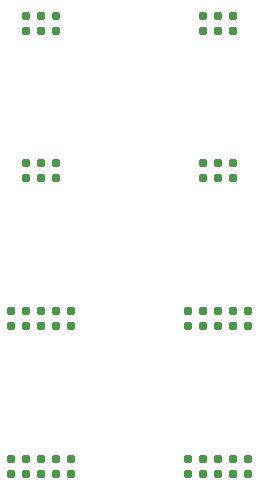
<source format=gtl>
G04 (created by PCBNEW-RS274X (2012-05-18 BZR 3565)-testing) date 5/24/2012 1:48:57 AM*
%MOIN*%
G04 Gerber Fmt 3.4, Leading zero omitted, Abs format*
%FSLAX34Y34*%
G01*
G70*
G90*
G04 APERTURE LIST*
%ADD10C,0.006*%
%ADD11C,0.0309*%
G04 APERTURE END LIST*
G54D10*
G54D11*
X44776Y-34699D03*
X44776Y-34199D03*
X45276Y-34699D03*
X45276Y-34199D03*
X45776Y-34699D03*
X45776Y-34199D03*
X50681Y-34699D03*
X50681Y-34199D03*
X51181Y-34699D03*
X51181Y-34199D03*
X51681Y-34699D03*
X51681Y-34199D03*
X44776Y-39620D03*
X44776Y-39120D03*
X45276Y-39620D03*
X45276Y-39120D03*
X45776Y-39620D03*
X45776Y-39120D03*
X50681Y-39620D03*
X50681Y-39120D03*
X51181Y-39620D03*
X51181Y-39120D03*
X51681Y-39620D03*
X51681Y-39120D03*
X46276Y-44041D03*
X46276Y-44541D03*
X45776Y-44041D03*
X45776Y-44541D03*
X44276Y-44541D03*
X44276Y-44041D03*
X44776Y-44541D03*
X44776Y-44041D03*
X45276Y-44541D03*
X45276Y-44041D03*
X52181Y-44041D03*
X52181Y-44541D03*
X51681Y-44041D03*
X51681Y-44541D03*
X50181Y-44541D03*
X50181Y-44041D03*
X50681Y-44541D03*
X50681Y-44041D03*
X51181Y-44541D03*
X51181Y-44041D03*
X46276Y-48963D03*
X46276Y-49463D03*
X45776Y-48963D03*
X45776Y-49463D03*
X44276Y-49463D03*
X44276Y-48963D03*
X44776Y-49463D03*
X44776Y-48963D03*
X45276Y-49463D03*
X45276Y-48963D03*
X52181Y-48963D03*
X52181Y-49463D03*
X51681Y-48963D03*
X51681Y-49463D03*
X50181Y-49463D03*
X50181Y-48963D03*
X50681Y-49463D03*
X50681Y-48963D03*
X51181Y-49463D03*
X51181Y-48963D03*
M02*

</source>
